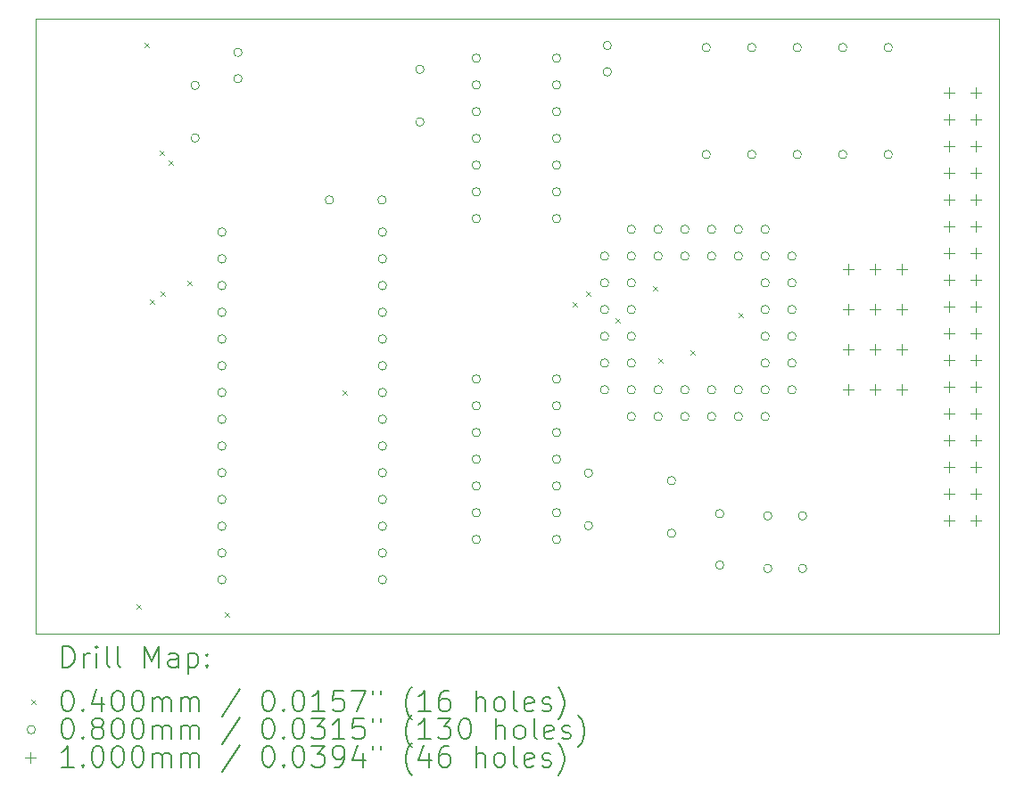
<source format=gbr>
%FSLAX45Y45*%
G04 Gerber Fmt 4.5, Leading zero omitted, Abs format (unit mm)*
G04 Created by KiCad (PCBNEW (6.0.0)) date 2022-03-13 19:40:48*
%MOMM*%
%LPD*%
G01*
G04 APERTURE LIST*
%TA.AperFunction,Profile*%
%ADD10C,0.100000*%
%TD*%
%ADD11C,0.200000*%
%ADD12C,0.040000*%
%ADD13C,0.080000*%
%ADD14C,0.100000*%
G04 APERTURE END LIST*
D10*
X22110250Y-4707750D02*
X12967250Y-4707750D01*
X12967250Y-10549750D02*
X22110250Y-10549750D01*
X12967250Y-4707750D02*
X12967250Y-10549750D01*
X22110250Y-10549750D02*
X22110250Y-4707750D01*
D11*
D12*
X13924600Y-10267000D02*
X13964600Y-10307000D01*
X13964600Y-10267000D02*
X13924600Y-10307000D01*
X14000800Y-4933000D02*
X14040800Y-4973000D01*
X14040800Y-4933000D02*
X14000800Y-4973000D01*
X14051600Y-7371400D02*
X14091600Y-7411400D01*
X14091600Y-7371400D02*
X14051600Y-7411400D01*
X14144450Y-5957750D02*
X14184450Y-5997750D01*
X14184450Y-5957750D02*
X14144450Y-5997750D01*
X14153200Y-7295200D02*
X14193200Y-7335200D01*
X14193200Y-7295200D02*
X14153200Y-7335200D01*
X14229400Y-6050600D02*
X14269400Y-6090600D01*
X14269400Y-6050600D02*
X14229400Y-6090600D01*
X14407200Y-7193600D02*
X14447200Y-7233600D01*
X14447200Y-7193600D02*
X14407200Y-7233600D01*
X14762800Y-10343200D02*
X14802800Y-10383200D01*
X14802800Y-10343200D02*
X14762800Y-10383200D01*
X15879400Y-8236000D02*
X15919400Y-8276000D01*
X15919400Y-8236000D02*
X15879400Y-8276000D01*
X18064800Y-7396800D02*
X18104800Y-7436800D01*
X18104800Y-7396800D02*
X18064800Y-7436800D01*
X18191800Y-7295200D02*
X18231800Y-7335200D01*
X18231800Y-7295200D02*
X18191800Y-7335200D01*
X18471200Y-7549200D02*
X18511200Y-7589200D01*
X18511200Y-7549200D02*
X18471200Y-7589200D01*
X18826800Y-7244400D02*
X18866800Y-7284400D01*
X18866800Y-7244400D02*
X18826800Y-7284400D01*
X18877600Y-7930200D02*
X18917600Y-7970200D01*
X18917600Y-7930200D02*
X18877600Y-7970200D01*
X19182400Y-7854000D02*
X19222400Y-7894000D01*
X19222400Y-7854000D02*
X19182400Y-7894000D01*
X19639600Y-7498400D02*
X19679600Y-7538400D01*
X19679600Y-7498400D02*
X19639600Y-7538400D01*
D13*
X14518000Y-5338000D02*
G75*
G03*
X14518000Y-5338000I-40000J0D01*
G01*
X14518000Y-5838000D02*
G75*
G03*
X14518000Y-5838000I-40000J0D01*
G01*
X14771500Y-6732000D02*
G75*
G03*
X14771500Y-6732000I-40000J0D01*
G01*
X14771500Y-6986000D02*
G75*
G03*
X14771500Y-6986000I-40000J0D01*
G01*
X14771500Y-7240000D02*
G75*
G03*
X14771500Y-7240000I-40000J0D01*
G01*
X14771500Y-7494000D02*
G75*
G03*
X14771500Y-7494000I-40000J0D01*
G01*
X14771500Y-7748000D02*
G75*
G03*
X14771500Y-7748000I-40000J0D01*
G01*
X14771500Y-8002000D02*
G75*
G03*
X14771500Y-8002000I-40000J0D01*
G01*
X14771500Y-8256000D02*
G75*
G03*
X14771500Y-8256000I-40000J0D01*
G01*
X14771500Y-8510000D02*
G75*
G03*
X14771500Y-8510000I-40000J0D01*
G01*
X14771500Y-8764000D02*
G75*
G03*
X14771500Y-8764000I-40000J0D01*
G01*
X14771500Y-9018000D02*
G75*
G03*
X14771500Y-9018000I-40000J0D01*
G01*
X14771500Y-9272000D02*
G75*
G03*
X14771500Y-9272000I-40000J0D01*
G01*
X14771500Y-9526000D02*
G75*
G03*
X14771500Y-9526000I-40000J0D01*
G01*
X14771500Y-9780000D02*
G75*
G03*
X14771500Y-9780000I-40000J0D01*
G01*
X14771500Y-10034000D02*
G75*
G03*
X14771500Y-10034000I-40000J0D01*
G01*
X14924400Y-5024438D02*
G75*
G03*
X14924400Y-5024438I-40000J0D01*
G01*
X14924400Y-5274438D02*
G75*
G03*
X14924400Y-5274438I-40000J0D01*
G01*
X15792000Y-6426200D02*
G75*
G03*
X15792000Y-6426200I-40000J0D01*
G01*
X16292000Y-6426200D02*
G75*
G03*
X16292000Y-6426200I-40000J0D01*
G01*
X16295500Y-6732000D02*
G75*
G03*
X16295500Y-6732000I-40000J0D01*
G01*
X16295500Y-6986000D02*
G75*
G03*
X16295500Y-6986000I-40000J0D01*
G01*
X16295500Y-7240000D02*
G75*
G03*
X16295500Y-7240000I-40000J0D01*
G01*
X16295500Y-7494000D02*
G75*
G03*
X16295500Y-7494000I-40000J0D01*
G01*
X16295500Y-7748000D02*
G75*
G03*
X16295500Y-7748000I-40000J0D01*
G01*
X16295500Y-8002000D02*
G75*
G03*
X16295500Y-8002000I-40000J0D01*
G01*
X16295500Y-8256000D02*
G75*
G03*
X16295500Y-8256000I-40000J0D01*
G01*
X16295500Y-8510000D02*
G75*
G03*
X16295500Y-8510000I-40000J0D01*
G01*
X16295500Y-8764000D02*
G75*
G03*
X16295500Y-8764000I-40000J0D01*
G01*
X16295500Y-9018000D02*
G75*
G03*
X16295500Y-9018000I-40000J0D01*
G01*
X16295500Y-9272000D02*
G75*
G03*
X16295500Y-9272000I-40000J0D01*
G01*
X16295500Y-9526000D02*
G75*
G03*
X16295500Y-9526000I-40000J0D01*
G01*
X16295500Y-9780000D02*
G75*
G03*
X16295500Y-9780000I-40000J0D01*
G01*
X16295500Y-10034000D02*
G75*
G03*
X16295500Y-10034000I-40000J0D01*
G01*
X16651600Y-5185600D02*
G75*
G03*
X16651600Y-5185600I-40000J0D01*
G01*
X16651600Y-5685600D02*
G75*
G03*
X16651600Y-5685600I-40000J0D01*
G01*
X17186000Y-5079500D02*
G75*
G03*
X17186000Y-5079500I-40000J0D01*
G01*
X17186000Y-5333500D02*
G75*
G03*
X17186000Y-5333500I-40000J0D01*
G01*
X17186000Y-5587500D02*
G75*
G03*
X17186000Y-5587500I-40000J0D01*
G01*
X17186000Y-5841500D02*
G75*
G03*
X17186000Y-5841500I-40000J0D01*
G01*
X17186000Y-6095500D02*
G75*
G03*
X17186000Y-6095500I-40000J0D01*
G01*
X17186000Y-6349500D02*
G75*
G03*
X17186000Y-6349500I-40000J0D01*
G01*
X17186000Y-6603500D02*
G75*
G03*
X17186000Y-6603500I-40000J0D01*
G01*
X17186000Y-8127500D02*
G75*
G03*
X17186000Y-8127500I-40000J0D01*
G01*
X17186000Y-8381500D02*
G75*
G03*
X17186000Y-8381500I-40000J0D01*
G01*
X17186000Y-8635500D02*
G75*
G03*
X17186000Y-8635500I-40000J0D01*
G01*
X17186000Y-8889500D02*
G75*
G03*
X17186000Y-8889500I-40000J0D01*
G01*
X17186000Y-9143500D02*
G75*
G03*
X17186000Y-9143500I-40000J0D01*
G01*
X17186000Y-9397500D02*
G75*
G03*
X17186000Y-9397500I-40000J0D01*
G01*
X17186000Y-9651500D02*
G75*
G03*
X17186000Y-9651500I-40000J0D01*
G01*
X17948000Y-5079500D02*
G75*
G03*
X17948000Y-5079500I-40000J0D01*
G01*
X17948000Y-5333500D02*
G75*
G03*
X17948000Y-5333500I-40000J0D01*
G01*
X17948000Y-5587500D02*
G75*
G03*
X17948000Y-5587500I-40000J0D01*
G01*
X17948000Y-5841500D02*
G75*
G03*
X17948000Y-5841500I-40000J0D01*
G01*
X17948000Y-6095500D02*
G75*
G03*
X17948000Y-6095500I-40000J0D01*
G01*
X17948000Y-6349500D02*
G75*
G03*
X17948000Y-6349500I-40000J0D01*
G01*
X17948000Y-6603500D02*
G75*
G03*
X17948000Y-6603500I-40000J0D01*
G01*
X17948000Y-8127500D02*
G75*
G03*
X17948000Y-8127500I-40000J0D01*
G01*
X17948000Y-8381500D02*
G75*
G03*
X17948000Y-8381500I-40000J0D01*
G01*
X17948000Y-8635500D02*
G75*
G03*
X17948000Y-8635500I-40000J0D01*
G01*
X17948000Y-8889500D02*
G75*
G03*
X17948000Y-8889500I-40000J0D01*
G01*
X17948000Y-9143500D02*
G75*
G03*
X17948000Y-9143500I-40000J0D01*
G01*
X17948000Y-9397500D02*
G75*
G03*
X17948000Y-9397500I-40000J0D01*
G01*
X17948000Y-9651500D02*
G75*
G03*
X17948000Y-9651500I-40000J0D01*
G01*
X18251800Y-9021000D02*
G75*
G03*
X18251800Y-9021000I-40000J0D01*
G01*
X18251800Y-9521000D02*
G75*
G03*
X18251800Y-9521000I-40000J0D01*
G01*
X18404200Y-6959600D02*
G75*
G03*
X18404200Y-6959600I-40000J0D01*
G01*
X18404200Y-7213600D02*
G75*
G03*
X18404200Y-7213600I-40000J0D01*
G01*
X18404200Y-7467600D02*
G75*
G03*
X18404200Y-7467600I-40000J0D01*
G01*
X18404200Y-7721600D02*
G75*
G03*
X18404200Y-7721600I-40000J0D01*
G01*
X18404200Y-7975600D02*
G75*
G03*
X18404200Y-7975600I-40000J0D01*
G01*
X18404200Y-8229600D02*
G75*
G03*
X18404200Y-8229600I-40000J0D01*
G01*
X18429600Y-4959489D02*
G75*
G03*
X18429600Y-4959489I-40000J0D01*
G01*
X18429600Y-5209489D02*
G75*
G03*
X18429600Y-5209489I-40000J0D01*
G01*
X18658200Y-6705600D02*
G75*
G03*
X18658200Y-6705600I-40000J0D01*
G01*
X18658200Y-6959600D02*
G75*
G03*
X18658200Y-6959600I-40000J0D01*
G01*
X18658200Y-7213600D02*
G75*
G03*
X18658200Y-7213600I-40000J0D01*
G01*
X18658200Y-7467600D02*
G75*
G03*
X18658200Y-7467600I-40000J0D01*
G01*
X18658200Y-7721600D02*
G75*
G03*
X18658200Y-7721600I-40000J0D01*
G01*
X18658200Y-7975600D02*
G75*
G03*
X18658200Y-7975600I-40000J0D01*
G01*
X18658200Y-8229600D02*
G75*
G03*
X18658200Y-8229600I-40000J0D01*
G01*
X18658200Y-8483600D02*
G75*
G03*
X18658200Y-8483600I-40000J0D01*
G01*
X18912200Y-6705600D02*
G75*
G03*
X18912200Y-6705600I-40000J0D01*
G01*
X18912200Y-6959600D02*
G75*
G03*
X18912200Y-6959600I-40000J0D01*
G01*
X18912200Y-8229600D02*
G75*
G03*
X18912200Y-8229600I-40000J0D01*
G01*
X18912200Y-8483600D02*
G75*
G03*
X18912200Y-8483600I-40000J0D01*
G01*
X19039200Y-9093200D02*
G75*
G03*
X19039200Y-9093200I-40000J0D01*
G01*
X19039200Y-9593200D02*
G75*
G03*
X19039200Y-9593200I-40000J0D01*
G01*
X19166200Y-6705600D02*
G75*
G03*
X19166200Y-6705600I-40000J0D01*
G01*
X19166200Y-6959600D02*
G75*
G03*
X19166200Y-6959600I-40000J0D01*
G01*
X19166200Y-8229600D02*
G75*
G03*
X19166200Y-8229600I-40000J0D01*
G01*
X19166200Y-8483600D02*
G75*
G03*
X19166200Y-8483600I-40000J0D01*
G01*
X19369400Y-4978400D02*
G75*
G03*
X19369400Y-4978400I-40000J0D01*
G01*
X19369400Y-5994400D02*
G75*
G03*
X19369400Y-5994400I-40000J0D01*
G01*
X19420200Y-6705600D02*
G75*
G03*
X19420200Y-6705600I-40000J0D01*
G01*
X19420200Y-6959600D02*
G75*
G03*
X19420200Y-6959600I-40000J0D01*
G01*
X19420200Y-8229600D02*
G75*
G03*
X19420200Y-8229600I-40000J0D01*
G01*
X19420200Y-8483600D02*
G75*
G03*
X19420200Y-8483600I-40000J0D01*
G01*
X19496400Y-9407000D02*
G75*
G03*
X19496400Y-9407000I-40000J0D01*
G01*
X19496400Y-9895000D02*
G75*
G03*
X19496400Y-9895000I-40000J0D01*
G01*
X19674200Y-6705600D02*
G75*
G03*
X19674200Y-6705600I-40000J0D01*
G01*
X19674200Y-6959600D02*
G75*
G03*
X19674200Y-6959600I-40000J0D01*
G01*
X19674200Y-8229600D02*
G75*
G03*
X19674200Y-8229600I-40000J0D01*
G01*
X19674200Y-8483600D02*
G75*
G03*
X19674200Y-8483600I-40000J0D01*
G01*
X19801200Y-4978400D02*
G75*
G03*
X19801200Y-4978400I-40000J0D01*
G01*
X19801200Y-5994400D02*
G75*
G03*
X19801200Y-5994400I-40000J0D01*
G01*
X19928200Y-6705600D02*
G75*
G03*
X19928200Y-6705600I-40000J0D01*
G01*
X19928200Y-6959600D02*
G75*
G03*
X19928200Y-6959600I-40000J0D01*
G01*
X19928200Y-7213600D02*
G75*
G03*
X19928200Y-7213600I-40000J0D01*
G01*
X19928200Y-7467600D02*
G75*
G03*
X19928200Y-7467600I-40000J0D01*
G01*
X19928200Y-7721600D02*
G75*
G03*
X19928200Y-7721600I-40000J0D01*
G01*
X19928200Y-7975600D02*
G75*
G03*
X19928200Y-7975600I-40000J0D01*
G01*
X19928200Y-8229600D02*
G75*
G03*
X19928200Y-8229600I-40000J0D01*
G01*
X19928200Y-8483600D02*
G75*
G03*
X19928200Y-8483600I-40000J0D01*
G01*
X19953600Y-9427400D02*
G75*
G03*
X19953600Y-9427400I-40000J0D01*
G01*
X19953600Y-9927400D02*
G75*
G03*
X19953600Y-9927400I-40000J0D01*
G01*
X20182200Y-6959600D02*
G75*
G03*
X20182200Y-6959600I-40000J0D01*
G01*
X20182200Y-7213600D02*
G75*
G03*
X20182200Y-7213600I-40000J0D01*
G01*
X20182200Y-7467600D02*
G75*
G03*
X20182200Y-7467600I-40000J0D01*
G01*
X20182200Y-7721600D02*
G75*
G03*
X20182200Y-7721600I-40000J0D01*
G01*
X20182200Y-7975600D02*
G75*
G03*
X20182200Y-7975600I-40000J0D01*
G01*
X20182200Y-8229600D02*
G75*
G03*
X20182200Y-8229600I-40000J0D01*
G01*
X20233000Y-4978400D02*
G75*
G03*
X20233000Y-4978400I-40000J0D01*
G01*
X20233000Y-5994400D02*
G75*
G03*
X20233000Y-5994400I-40000J0D01*
G01*
X20283800Y-9427400D02*
G75*
G03*
X20283800Y-9427400I-40000J0D01*
G01*
X20283800Y-9927400D02*
G75*
G03*
X20283800Y-9927400I-40000J0D01*
G01*
X20664800Y-4978400D02*
G75*
G03*
X20664800Y-4978400I-40000J0D01*
G01*
X20664800Y-5994400D02*
G75*
G03*
X20664800Y-5994400I-40000J0D01*
G01*
X21096600Y-4978400D02*
G75*
G03*
X21096600Y-4978400I-40000J0D01*
G01*
X21096600Y-5994400D02*
G75*
G03*
X21096600Y-5994400I-40000J0D01*
G01*
D14*
X20675600Y-8179600D02*
X20675600Y-8279600D01*
X20625600Y-8229600D02*
X20725600Y-8229600D01*
X20677100Y-7036600D02*
X20677100Y-7136600D01*
X20627100Y-7086600D02*
X20727100Y-7086600D01*
X20677100Y-7417600D02*
X20677100Y-7517600D01*
X20627100Y-7467600D02*
X20727100Y-7467600D01*
X20677100Y-7798600D02*
X20677100Y-7898600D01*
X20627100Y-7848600D02*
X20727100Y-7848600D01*
X20929600Y-8179600D02*
X20929600Y-8279600D01*
X20879600Y-8229600D02*
X20979600Y-8229600D01*
X20931100Y-7036600D02*
X20931100Y-7136600D01*
X20881100Y-7086600D02*
X20981100Y-7086600D01*
X20931100Y-7417600D02*
X20931100Y-7517600D01*
X20881100Y-7467600D02*
X20981100Y-7467600D01*
X20931100Y-7798600D02*
X20931100Y-7898600D01*
X20881100Y-7848600D02*
X20981100Y-7848600D01*
X21183600Y-8179600D02*
X21183600Y-8279600D01*
X21133600Y-8229600D02*
X21233600Y-8229600D01*
X21185100Y-7036600D02*
X21185100Y-7136600D01*
X21135100Y-7086600D02*
X21235100Y-7086600D01*
X21185100Y-7417600D02*
X21185100Y-7517600D01*
X21135100Y-7467600D02*
X21235100Y-7467600D01*
X21185100Y-7798600D02*
X21185100Y-7898600D01*
X21135100Y-7848600D02*
X21235100Y-7848600D01*
X21635250Y-5356750D02*
X21635250Y-5456750D01*
X21585250Y-5406750D02*
X21685250Y-5406750D01*
X21635250Y-5610750D02*
X21635250Y-5710750D01*
X21585250Y-5660750D02*
X21685250Y-5660750D01*
X21635250Y-5864750D02*
X21635250Y-5964750D01*
X21585250Y-5914750D02*
X21685250Y-5914750D01*
X21635250Y-6118750D02*
X21635250Y-6218750D01*
X21585250Y-6168750D02*
X21685250Y-6168750D01*
X21635250Y-6372750D02*
X21635250Y-6472750D01*
X21585250Y-6422750D02*
X21685250Y-6422750D01*
X21635250Y-6626750D02*
X21635250Y-6726750D01*
X21585250Y-6676750D02*
X21685250Y-6676750D01*
X21635250Y-6880750D02*
X21635250Y-6980750D01*
X21585250Y-6930750D02*
X21685250Y-6930750D01*
X21635250Y-7134750D02*
X21635250Y-7234750D01*
X21585250Y-7184750D02*
X21685250Y-7184750D01*
X21635250Y-7388750D02*
X21635250Y-7488750D01*
X21585250Y-7438750D02*
X21685250Y-7438750D01*
X21635250Y-7642750D02*
X21635250Y-7742750D01*
X21585250Y-7692750D02*
X21685250Y-7692750D01*
X21635250Y-7896750D02*
X21635250Y-7996750D01*
X21585250Y-7946750D02*
X21685250Y-7946750D01*
X21635250Y-8150750D02*
X21635250Y-8250750D01*
X21585250Y-8200750D02*
X21685250Y-8200750D01*
X21635250Y-8404750D02*
X21635250Y-8504750D01*
X21585250Y-8454750D02*
X21685250Y-8454750D01*
X21635250Y-8658750D02*
X21635250Y-8758750D01*
X21585250Y-8708750D02*
X21685250Y-8708750D01*
X21635250Y-8912750D02*
X21635250Y-9012750D01*
X21585250Y-8962750D02*
X21685250Y-8962750D01*
X21635250Y-9166750D02*
X21635250Y-9266750D01*
X21585250Y-9216750D02*
X21685250Y-9216750D01*
X21635250Y-9420750D02*
X21635250Y-9520750D01*
X21585250Y-9470750D02*
X21685250Y-9470750D01*
X21889250Y-5356750D02*
X21889250Y-5456750D01*
X21839250Y-5406750D02*
X21939250Y-5406750D01*
X21889250Y-5610750D02*
X21889250Y-5710750D01*
X21839250Y-5660750D02*
X21939250Y-5660750D01*
X21889250Y-5864750D02*
X21889250Y-5964750D01*
X21839250Y-5914750D02*
X21939250Y-5914750D01*
X21889250Y-6118750D02*
X21889250Y-6218750D01*
X21839250Y-6168750D02*
X21939250Y-6168750D01*
X21889250Y-6372750D02*
X21889250Y-6472750D01*
X21839250Y-6422750D02*
X21939250Y-6422750D01*
X21889250Y-6626750D02*
X21889250Y-6726750D01*
X21839250Y-6676750D02*
X21939250Y-6676750D01*
X21889250Y-6880750D02*
X21889250Y-6980750D01*
X21839250Y-6930750D02*
X21939250Y-6930750D01*
X21889250Y-7134750D02*
X21889250Y-7234750D01*
X21839250Y-7184750D02*
X21939250Y-7184750D01*
X21889250Y-7388750D02*
X21889250Y-7488750D01*
X21839250Y-7438750D02*
X21939250Y-7438750D01*
X21889250Y-7642750D02*
X21889250Y-7742750D01*
X21839250Y-7692750D02*
X21939250Y-7692750D01*
X21889250Y-7896750D02*
X21889250Y-7996750D01*
X21839250Y-7946750D02*
X21939250Y-7946750D01*
X21889250Y-8150750D02*
X21889250Y-8250750D01*
X21839250Y-8200750D02*
X21939250Y-8200750D01*
X21889250Y-8404750D02*
X21889250Y-8504750D01*
X21839250Y-8454750D02*
X21939250Y-8454750D01*
X21889250Y-8658750D02*
X21889250Y-8758750D01*
X21839250Y-8708750D02*
X21939250Y-8708750D01*
X21889250Y-8912750D02*
X21889250Y-9012750D01*
X21839250Y-8962750D02*
X21939250Y-8962750D01*
X21889250Y-9166750D02*
X21889250Y-9266750D01*
X21839250Y-9216750D02*
X21939250Y-9216750D01*
X21889250Y-9420750D02*
X21889250Y-9520750D01*
X21839250Y-9470750D02*
X21939250Y-9470750D01*
D11*
X13219869Y-10865226D02*
X13219869Y-10665226D01*
X13267488Y-10665226D01*
X13296059Y-10674750D01*
X13315107Y-10693798D01*
X13324631Y-10712845D01*
X13334155Y-10750940D01*
X13334155Y-10779512D01*
X13324631Y-10817607D01*
X13315107Y-10836655D01*
X13296059Y-10855702D01*
X13267488Y-10865226D01*
X13219869Y-10865226D01*
X13419869Y-10865226D02*
X13419869Y-10731893D01*
X13419869Y-10769988D02*
X13429393Y-10750940D01*
X13438917Y-10741417D01*
X13457964Y-10731893D01*
X13477012Y-10731893D01*
X13543678Y-10865226D02*
X13543678Y-10731893D01*
X13543678Y-10665226D02*
X13534155Y-10674750D01*
X13543678Y-10684274D01*
X13553202Y-10674750D01*
X13543678Y-10665226D01*
X13543678Y-10684274D01*
X13667488Y-10865226D02*
X13648440Y-10855702D01*
X13638917Y-10836655D01*
X13638917Y-10665226D01*
X13772250Y-10865226D02*
X13753202Y-10855702D01*
X13743678Y-10836655D01*
X13743678Y-10665226D01*
X14000821Y-10865226D02*
X14000821Y-10665226D01*
X14067488Y-10808083D01*
X14134155Y-10665226D01*
X14134155Y-10865226D01*
X14315107Y-10865226D02*
X14315107Y-10760464D01*
X14305583Y-10741417D01*
X14286536Y-10731893D01*
X14248440Y-10731893D01*
X14229393Y-10741417D01*
X14315107Y-10855702D02*
X14296059Y-10865226D01*
X14248440Y-10865226D01*
X14229393Y-10855702D01*
X14219869Y-10836655D01*
X14219869Y-10817607D01*
X14229393Y-10798560D01*
X14248440Y-10789036D01*
X14296059Y-10789036D01*
X14315107Y-10779512D01*
X14410345Y-10731893D02*
X14410345Y-10931893D01*
X14410345Y-10741417D02*
X14429393Y-10731893D01*
X14467488Y-10731893D01*
X14486536Y-10741417D01*
X14496059Y-10750940D01*
X14505583Y-10769988D01*
X14505583Y-10827131D01*
X14496059Y-10846179D01*
X14486536Y-10855702D01*
X14467488Y-10865226D01*
X14429393Y-10865226D01*
X14410345Y-10855702D01*
X14591298Y-10846179D02*
X14600821Y-10855702D01*
X14591298Y-10865226D01*
X14581774Y-10855702D01*
X14591298Y-10846179D01*
X14591298Y-10865226D01*
X14591298Y-10741417D02*
X14600821Y-10750940D01*
X14591298Y-10760464D01*
X14581774Y-10750940D01*
X14591298Y-10741417D01*
X14591298Y-10760464D01*
D12*
X12922250Y-11174750D02*
X12962250Y-11214750D01*
X12962250Y-11174750D02*
X12922250Y-11214750D01*
D11*
X13257964Y-11085226D02*
X13277012Y-11085226D01*
X13296059Y-11094750D01*
X13305583Y-11104274D01*
X13315107Y-11123321D01*
X13324631Y-11161417D01*
X13324631Y-11209036D01*
X13315107Y-11247131D01*
X13305583Y-11266178D01*
X13296059Y-11275702D01*
X13277012Y-11285226D01*
X13257964Y-11285226D01*
X13238917Y-11275702D01*
X13229393Y-11266178D01*
X13219869Y-11247131D01*
X13210345Y-11209036D01*
X13210345Y-11161417D01*
X13219869Y-11123321D01*
X13229393Y-11104274D01*
X13238917Y-11094750D01*
X13257964Y-11085226D01*
X13410345Y-11266178D02*
X13419869Y-11275702D01*
X13410345Y-11285226D01*
X13400821Y-11275702D01*
X13410345Y-11266178D01*
X13410345Y-11285226D01*
X13591298Y-11151893D02*
X13591298Y-11285226D01*
X13543678Y-11075702D02*
X13496059Y-11218559D01*
X13619869Y-11218559D01*
X13734155Y-11085226D02*
X13753202Y-11085226D01*
X13772250Y-11094750D01*
X13781774Y-11104274D01*
X13791298Y-11123321D01*
X13800821Y-11161417D01*
X13800821Y-11209036D01*
X13791298Y-11247131D01*
X13781774Y-11266178D01*
X13772250Y-11275702D01*
X13753202Y-11285226D01*
X13734155Y-11285226D01*
X13715107Y-11275702D01*
X13705583Y-11266178D01*
X13696059Y-11247131D01*
X13686536Y-11209036D01*
X13686536Y-11161417D01*
X13696059Y-11123321D01*
X13705583Y-11104274D01*
X13715107Y-11094750D01*
X13734155Y-11085226D01*
X13924631Y-11085226D02*
X13943678Y-11085226D01*
X13962726Y-11094750D01*
X13972250Y-11104274D01*
X13981774Y-11123321D01*
X13991298Y-11161417D01*
X13991298Y-11209036D01*
X13981774Y-11247131D01*
X13972250Y-11266178D01*
X13962726Y-11275702D01*
X13943678Y-11285226D01*
X13924631Y-11285226D01*
X13905583Y-11275702D01*
X13896059Y-11266178D01*
X13886536Y-11247131D01*
X13877012Y-11209036D01*
X13877012Y-11161417D01*
X13886536Y-11123321D01*
X13896059Y-11104274D01*
X13905583Y-11094750D01*
X13924631Y-11085226D01*
X14077012Y-11285226D02*
X14077012Y-11151893D01*
X14077012Y-11170940D02*
X14086536Y-11161417D01*
X14105583Y-11151893D01*
X14134155Y-11151893D01*
X14153202Y-11161417D01*
X14162726Y-11180464D01*
X14162726Y-11285226D01*
X14162726Y-11180464D02*
X14172250Y-11161417D01*
X14191298Y-11151893D01*
X14219869Y-11151893D01*
X14238917Y-11161417D01*
X14248440Y-11180464D01*
X14248440Y-11285226D01*
X14343678Y-11285226D02*
X14343678Y-11151893D01*
X14343678Y-11170940D02*
X14353202Y-11161417D01*
X14372250Y-11151893D01*
X14400821Y-11151893D01*
X14419869Y-11161417D01*
X14429393Y-11180464D01*
X14429393Y-11285226D01*
X14429393Y-11180464D02*
X14438917Y-11161417D01*
X14457964Y-11151893D01*
X14486536Y-11151893D01*
X14505583Y-11161417D01*
X14515107Y-11180464D01*
X14515107Y-11285226D01*
X14905583Y-11075702D02*
X14734155Y-11332845D01*
X15162726Y-11085226D02*
X15181774Y-11085226D01*
X15200821Y-11094750D01*
X15210345Y-11104274D01*
X15219869Y-11123321D01*
X15229393Y-11161417D01*
X15229393Y-11209036D01*
X15219869Y-11247131D01*
X15210345Y-11266178D01*
X15200821Y-11275702D01*
X15181774Y-11285226D01*
X15162726Y-11285226D01*
X15143678Y-11275702D01*
X15134155Y-11266178D01*
X15124631Y-11247131D01*
X15115107Y-11209036D01*
X15115107Y-11161417D01*
X15124631Y-11123321D01*
X15134155Y-11104274D01*
X15143678Y-11094750D01*
X15162726Y-11085226D01*
X15315107Y-11266178D02*
X15324631Y-11275702D01*
X15315107Y-11285226D01*
X15305583Y-11275702D01*
X15315107Y-11266178D01*
X15315107Y-11285226D01*
X15448440Y-11085226D02*
X15467488Y-11085226D01*
X15486536Y-11094750D01*
X15496059Y-11104274D01*
X15505583Y-11123321D01*
X15515107Y-11161417D01*
X15515107Y-11209036D01*
X15505583Y-11247131D01*
X15496059Y-11266178D01*
X15486536Y-11275702D01*
X15467488Y-11285226D01*
X15448440Y-11285226D01*
X15429393Y-11275702D01*
X15419869Y-11266178D01*
X15410345Y-11247131D01*
X15400821Y-11209036D01*
X15400821Y-11161417D01*
X15410345Y-11123321D01*
X15419869Y-11104274D01*
X15429393Y-11094750D01*
X15448440Y-11085226D01*
X15705583Y-11285226D02*
X15591298Y-11285226D01*
X15648440Y-11285226D02*
X15648440Y-11085226D01*
X15629393Y-11113798D01*
X15610345Y-11132845D01*
X15591298Y-11142369D01*
X15886536Y-11085226D02*
X15791298Y-11085226D01*
X15781774Y-11180464D01*
X15791298Y-11170940D01*
X15810345Y-11161417D01*
X15857964Y-11161417D01*
X15877012Y-11170940D01*
X15886536Y-11180464D01*
X15896059Y-11199512D01*
X15896059Y-11247131D01*
X15886536Y-11266178D01*
X15877012Y-11275702D01*
X15857964Y-11285226D01*
X15810345Y-11285226D01*
X15791298Y-11275702D01*
X15781774Y-11266178D01*
X15962726Y-11085226D02*
X16096059Y-11085226D01*
X16010345Y-11285226D01*
X16162726Y-11085226D02*
X16162726Y-11123321D01*
X16238917Y-11085226D02*
X16238917Y-11123321D01*
X16534155Y-11361417D02*
X16524631Y-11351893D01*
X16505583Y-11323321D01*
X16496059Y-11304274D01*
X16486536Y-11275702D01*
X16477012Y-11228083D01*
X16477012Y-11189988D01*
X16486536Y-11142369D01*
X16496059Y-11113798D01*
X16505583Y-11094750D01*
X16524631Y-11066179D01*
X16534155Y-11056655D01*
X16715107Y-11285226D02*
X16600821Y-11285226D01*
X16657964Y-11285226D02*
X16657964Y-11085226D01*
X16638917Y-11113798D01*
X16619869Y-11132845D01*
X16600821Y-11142369D01*
X16886536Y-11085226D02*
X16848440Y-11085226D01*
X16829393Y-11094750D01*
X16819869Y-11104274D01*
X16800821Y-11132845D01*
X16791298Y-11170940D01*
X16791298Y-11247131D01*
X16800821Y-11266178D01*
X16810345Y-11275702D01*
X16829393Y-11285226D01*
X16867488Y-11285226D01*
X16886536Y-11275702D01*
X16896060Y-11266178D01*
X16905583Y-11247131D01*
X16905583Y-11199512D01*
X16896060Y-11180464D01*
X16886536Y-11170940D01*
X16867488Y-11161417D01*
X16829393Y-11161417D01*
X16810345Y-11170940D01*
X16800821Y-11180464D01*
X16791298Y-11199512D01*
X17143679Y-11285226D02*
X17143679Y-11085226D01*
X17229393Y-11285226D02*
X17229393Y-11180464D01*
X17219869Y-11161417D01*
X17200821Y-11151893D01*
X17172250Y-11151893D01*
X17153202Y-11161417D01*
X17143679Y-11170940D01*
X17353202Y-11285226D02*
X17334155Y-11275702D01*
X17324631Y-11266178D01*
X17315107Y-11247131D01*
X17315107Y-11189988D01*
X17324631Y-11170940D01*
X17334155Y-11161417D01*
X17353202Y-11151893D01*
X17381774Y-11151893D01*
X17400821Y-11161417D01*
X17410345Y-11170940D01*
X17419869Y-11189988D01*
X17419869Y-11247131D01*
X17410345Y-11266178D01*
X17400821Y-11275702D01*
X17381774Y-11285226D01*
X17353202Y-11285226D01*
X17534155Y-11285226D02*
X17515107Y-11275702D01*
X17505583Y-11256655D01*
X17505583Y-11085226D01*
X17686536Y-11275702D02*
X17667488Y-11285226D01*
X17629393Y-11285226D01*
X17610345Y-11275702D01*
X17600821Y-11256655D01*
X17600821Y-11180464D01*
X17610345Y-11161417D01*
X17629393Y-11151893D01*
X17667488Y-11151893D01*
X17686536Y-11161417D01*
X17696060Y-11180464D01*
X17696060Y-11199512D01*
X17600821Y-11218559D01*
X17772250Y-11275702D02*
X17791298Y-11285226D01*
X17829393Y-11285226D01*
X17848440Y-11275702D01*
X17857964Y-11256655D01*
X17857964Y-11247131D01*
X17848440Y-11228083D01*
X17829393Y-11218559D01*
X17800821Y-11218559D01*
X17781774Y-11209036D01*
X17772250Y-11189988D01*
X17772250Y-11180464D01*
X17781774Y-11161417D01*
X17800821Y-11151893D01*
X17829393Y-11151893D01*
X17848440Y-11161417D01*
X17924631Y-11361417D02*
X17934155Y-11351893D01*
X17953202Y-11323321D01*
X17962726Y-11304274D01*
X17972250Y-11275702D01*
X17981774Y-11228083D01*
X17981774Y-11189988D01*
X17972250Y-11142369D01*
X17962726Y-11113798D01*
X17953202Y-11094750D01*
X17934155Y-11066179D01*
X17924631Y-11056655D01*
D13*
X12962250Y-11458750D02*
G75*
G03*
X12962250Y-11458750I-40000J0D01*
G01*
D11*
X13257964Y-11349226D02*
X13277012Y-11349226D01*
X13296059Y-11358750D01*
X13305583Y-11368274D01*
X13315107Y-11387321D01*
X13324631Y-11425417D01*
X13324631Y-11473036D01*
X13315107Y-11511131D01*
X13305583Y-11530178D01*
X13296059Y-11539702D01*
X13277012Y-11549226D01*
X13257964Y-11549226D01*
X13238917Y-11539702D01*
X13229393Y-11530178D01*
X13219869Y-11511131D01*
X13210345Y-11473036D01*
X13210345Y-11425417D01*
X13219869Y-11387321D01*
X13229393Y-11368274D01*
X13238917Y-11358750D01*
X13257964Y-11349226D01*
X13410345Y-11530178D02*
X13419869Y-11539702D01*
X13410345Y-11549226D01*
X13400821Y-11539702D01*
X13410345Y-11530178D01*
X13410345Y-11549226D01*
X13534155Y-11434940D02*
X13515107Y-11425417D01*
X13505583Y-11415893D01*
X13496059Y-11396845D01*
X13496059Y-11387321D01*
X13505583Y-11368274D01*
X13515107Y-11358750D01*
X13534155Y-11349226D01*
X13572250Y-11349226D01*
X13591298Y-11358750D01*
X13600821Y-11368274D01*
X13610345Y-11387321D01*
X13610345Y-11396845D01*
X13600821Y-11415893D01*
X13591298Y-11425417D01*
X13572250Y-11434940D01*
X13534155Y-11434940D01*
X13515107Y-11444464D01*
X13505583Y-11453988D01*
X13496059Y-11473036D01*
X13496059Y-11511131D01*
X13505583Y-11530178D01*
X13515107Y-11539702D01*
X13534155Y-11549226D01*
X13572250Y-11549226D01*
X13591298Y-11539702D01*
X13600821Y-11530178D01*
X13610345Y-11511131D01*
X13610345Y-11473036D01*
X13600821Y-11453988D01*
X13591298Y-11444464D01*
X13572250Y-11434940D01*
X13734155Y-11349226D02*
X13753202Y-11349226D01*
X13772250Y-11358750D01*
X13781774Y-11368274D01*
X13791298Y-11387321D01*
X13800821Y-11425417D01*
X13800821Y-11473036D01*
X13791298Y-11511131D01*
X13781774Y-11530178D01*
X13772250Y-11539702D01*
X13753202Y-11549226D01*
X13734155Y-11549226D01*
X13715107Y-11539702D01*
X13705583Y-11530178D01*
X13696059Y-11511131D01*
X13686536Y-11473036D01*
X13686536Y-11425417D01*
X13696059Y-11387321D01*
X13705583Y-11368274D01*
X13715107Y-11358750D01*
X13734155Y-11349226D01*
X13924631Y-11349226D02*
X13943678Y-11349226D01*
X13962726Y-11358750D01*
X13972250Y-11368274D01*
X13981774Y-11387321D01*
X13991298Y-11425417D01*
X13991298Y-11473036D01*
X13981774Y-11511131D01*
X13972250Y-11530178D01*
X13962726Y-11539702D01*
X13943678Y-11549226D01*
X13924631Y-11549226D01*
X13905583Y-11539702D01*
X13896059Y-11530178D01*
X13886536Y-11511131D01*
X13877012Y-11473036D01*
X13877012Y-11425417D01*
X13886536Y-11387321D01*
X13896059Y-11368274D01*
X13905583Y-11358750D01*
X13924631Y-11349226D01*
X14077012Y-11549226D02*
X14077012Y-11415893D01*
X14077012Y-11434940D02*
X14086536Y-11425417D01*
X14105583Y-11415893D01*
X14134155Y-11415893D01*
X14153202Y-11425417D01*
X14162726Y-11444464D01*
X14162726Y-11549226D01*
X14162726Y-11444464D02*
X14172250Y-11425417D01*
X14191298Y-11415893D01*
X14219869Y-11415893D01*
X14238917Y-11425417D01*
X14248440Y-11444464D01*
X14248440Y-11549226D01*
X14343678Y-11549226D02*
X14343678Y-11415893D01*
X14343678Y-11434940D02*
X14353202Y-11425417D01*
X14372250Y-11415893D01*
X14400821Y-11415893D01*
X14419869Y-11425417D01*
X14429393Y-11444464D01*
X14429393Y-11549226D01*
X14429393Y-11444464D02*
X14438917Y-11425417D01*
X14457964Y-11415893D01*
X14486536Y-11415893D01*
X14505583Y-11425417D01*
X14515107Y-11444464D01*
X14515107Y-11549226D01*
X14905583Y-11339702D02*
X14734155Y-11596845D01*
X15162726Y-11349226D02*
X15181774Y-11349226D01*
X15200821Y-11358750D01*
X15210345Y-11368274D01*
X15219869Y-11387321D01*
X15229393Y-11425417D01*
X15229393Y-11473036D01*
X15219869Y-11511131D01*
X15210345Y-11530178D01*
X15200821Y-11539702D01*
X15181774Y-11549226D01*
X15162726Y-11549226D01*
X15143678Y-11539702D01*
X15134155Y-11530178D01*
X15124631Y-11511131D01*
X15115107Y-11473036D01*
X15115107Y-11425417D01*
X15124631Y-11387321D01*
X15134155Y-11368274D01*
X15143678Y-11358750D01*
X15162726Y-11349226D01*
X15315107Y-11530178D02*
X15324631Y-11539702D01*
X15315107Y-11549226D01*
X15305583Y-11539702D01*
X15315107Y-11530178D01*
X15315107Y-11549226D01*
X15448440Y-11349226D02*
X15467488Y-11349226D01*
X15486536Y-11358750D01*
X15496059Y-11368274D01*
X15505583Y-11387321D01*
X15515107Y-11425417D01*
X15515107Y-11473036D01*
X15505583Y-11511131D01*
X15496059Y-11530178D01*
X15486536Y-11539702D01*
X15467488Y-11549226D01*
X15448440Y-11549226D01*
X15429393Y-11539702D01*
X15419869Y-11530178D01*
X15410345Y-11511131D01*
X15400821Y-11473036D01*
X15400821Y-11425417D01*
X15410345Y-11387321D01*
X15419869Y-11368274D01*
X15429393Y-11358750D01*
X15448440Y-11349226D01*
X15581774Y-11349226D02*
X15705583Y-11349226D01*
X15638917Y-11425417D01*
X15667488Y-11425417D01*
X15686536Y-11434940D01*
X15696059Y-11444464D01*
X15705583Y-11463512D01*
X15705583Y-11511131D01*
X15696059Y-11530178D01*
X15686536Y-11539702D01*
X15667488Y-11549226D01*
X15610345Y-11549226D01*
X15591298Y-11539702D01*
X15581774Y-11530178D01*
X15896059Y-11549226D02*
X15781774Y-11549226D01*
X15838917Y-11549226D02*
X15838917Y-11349226D01*
X15819869Y-11377798D01*
X15800821Y-11396845D01*
X15781774Y-11406369D01*
X16077012Y-11349226D02*
X15981774Y-11349226D01*
X15972250Y-11444464D01*
X15981774Y-11434940D01*
X16000821Y-11425417D01*
X16048440Y-11425417D01*
X16067488Y-11434940D01*
X16077012Y-11444464D01*
X16086536Y-11463512D01*
X16086536Y-11511131D01*
X16077012Y-11530178D01*
X16067488Y-11539702D01*
X16048440Y-11549226D01*
X16000821Y-11549226D01*
X15981774Y-11539702D01*
X15972250Y-11530178D01*
X16162726Y-11349226D02*
X16162726Y-11387321D01*
X16238917Y-11349226D02*
X16238917Y-11387321D01*
X16534155Y-11625417D02*
X16524631Y-11615893D01*
X16505583Y-11587321D01*
X16496059Y-11568274D01*
X16486536Y-11539702D01*
X16477012Y-11492083D01*
X16477012Y-11453988D01*
X16486536Y-11406369D01*
X16496059Y-11377798D01*
X16505583Y-11358750D01*
X16524631Y-11330178D01*
X16534155Y-11320655D01*
X16715107Y-11549226D02*
X16600821Y-11549226D01*
X16657964Y-11549226D02*
X16657964Y-11349226D01*
X16638917Y-11377798D01*
X16619869Y-11396845D01*
X16600821Y-11406369D01*
X16781774Y-11349226D02*
X16905583Y-11349226D01*
X16838917Y-11425417D01*
X16867488Y-11425417D01*
X16886536Y-11434940D01*
X16896060Y-11444464D01*
X16905583Y-11463512D01*
X16905583Y-11511131D01*
X16896060Y-11530178D01*
X16886536Y-11539702D01*
X16867488Y-11549226D01*
X16810345Y-11549226D01*
X16791298Y-11539702D01*
X16781774Y-11530178D01*
X17029393Y-11349226D02*
X17048440Y-11349226D01*
X17067488Y-11358750D01*
X17077012Y-11368274D01*
X17086536Y-11387321D01*
X17096060Y-11425417D01*
X17096060Y-11473036D01*
X17086536Y-11511131D01*
X17077012Y-11530178D01*
X17067488Y-11539702D01*
X17048440Y-11549226D01*
X17029393Y-11549226D01*
X17010345Y-11539702D01*
X17000821Y-11530178D01*
X16991298Y-11511131D01*
X16981774Y-11473036D01*
X16981774Y-11425417D01*
X16991298Y-11387321D01*
X17000821Y-11368274D01*
X17010345Y-11358750D01*
X17029393Y-11349226D01*
X17334155Y-11549226D02*
X17334155Y-11349226D01*
X17419869Y-11549226D02*
X17419869Y-11444464D01*
X17410345Y-11425417D01*
X17391298Y-11415893D01*
X17362726Y-11415893D01*
X17343679Y-11425417D01*
X17334155Y-11434940D01*
X17543679Y-11549226D02*
X17524631Y-11539702D01*
X17515107Y-11530178D01*
X17505583Y-11511131D01*
X17505583Y-11453988D01*
X17515107Y-11434940D01*
X17524631Y-11425417D01*
X17543679Y-11415893D01*
X17572250Y-11415893D01*
X17591298Y-11425417D01*
X17600821Y-11434940D01*
X17610345Y-11453988D01*
X17610345Y-11511131D01*
X17600821Y-11530178D01*
X17591298Y-11539702D01*
X17572250Y-11549226D01*
X17543679Y-11549226D01*
X17724631Y-11549226D02*
X17705583Y-11539702D01*
X17696060Y-11520655D01*
X17696060Y-11349226D01*
X17877012Y-11539702D02*
X17857964Y-11549226D01*
X17819869Y-11549226D01*
X17800821Y-11539702D01*
X17791298Y-11520655D01*
X17791298Y-11444464D01*
X17800821Y-11425417D01*
X17819869Y-11415893D01*
X17857964Y-11415893D01*
X17877012Y-11425417D01*
X17886536Y-11444464D01*
X17886536Y-11463512D01*
X17791298Y-11482559D01*
X17962726Y-11539702D02*
X17981774Y-11549226D01*
X18019869Y-11549226D01*
X18038917Y-11539702D01*
X18048440Y-11520655D01*
X18048440Y-11511131D01*
X18038917Y-11492083D01*
X18019869Y-11482559D01*
X17991298Y-11482559D01*
X17972250Y-11473036D01*
X17962726Y-11453988D01*
X17962726Y-11444464D01*
X17972250Y-11425417D01*
X17991298Y-11415893D01*
X18019869Y-11415893D01*
X18038917Y-11425417D01*
X18115107Y-11625417D02*
X18124631Y-11615893D01*
X18143679Y-11587321D01*
X18153202Y-11568274D01*
X18162726Y-11539702D01*
X18172250Y-11492083D01*
X18172250Y-11453988D01*
X18162726Y-11406369D01*
X18153202Y-11377798D01*
X18143679Y-11358750D01*
X18124631Y-11330178D01*
X18115107Y-11320655D01*
D14*
X12912250Y-11672750D02*
X12912250Y-11772750D01*
X12862250Y-11722750D02*
X12962250Y-11722750D01*
D11*
X13324631Y-11813226D02*
X13210345Y-11813226D01*
X13267488Y-11813226D02*
X13267488Y-11613226D01*
X13248440Y-11641798D01*
X13229393Y-11660845D01*
X13210345Y-11670369D01*
X13410345Y-11794178D02*
X13419869Y-11803702D01*
X13410345Y-11813226D01*
X13400821Y-11803702D01*
X13410345Y-11794178D01*
X13410345Y-11813226D01*
X13543678Y-11613226D02*
X13562726Y-11613226D01*
X13581774Y-11622750D01*
X13591298Y-11632274D01*
X13600821Y-11651321D01*
X13610345Y-11689417D01*
X13610345Y-11737036D01*
X13600821Y-11775131D01*
X13591298Y-11794178D01*
X13581774Y-11803702D01*
X13562726Y-11813226D01*
X13543678Y-11813226D01*
X13524631Y-11803702D01*
X13515107Y-11794178D01*
X13505583Y-11775131D01*
X13496059Y-11737036D01*
X13496059Y-11689417D01*
X13505583Y-11651321D01*
X13515107Y-11632274D01*
X13524631Y-11622750D01*
X13543678Y-11613226D01*
X13734155Y-11613226D02*
X13753202Y-11613226D01*
X13772250Y-11622750D01*
X13781774Y-11632274D01*
X13791298Y-11651321D01*
X13800821Y-11689417D01*
X13800821Y-11737036D01*
X13791298Y-11775131D01*
X13781774Y-11794178D01*
X13772250Y-11803702D01*
X13753202Y-11813226D01*
X13734155Y-11813226D01*
X13715107Y-11803702D01*
X13705583Y-11794178D01*
X13696059Y-11775131D01*
X13686536Y-11737036D01*
X13686536Y-11689417D01*
X13696059Y-11651321D01*
X13705583Y-11632274D01*
X13715107Y-11622750D01*
X13734155Y-11613226D01*
X13924631Y-11613226D02*
X13943678Y-11613226D01*
X13962726Y-11622750D01*
X13972250Y-11632274D01*
X13981774Y-11651321D01*
X13991298Y-11689417D01*
X13991298Y-11737036D01*
X13981774Y-11775131D01*
X13972250Y-11794178D01*
X13962726Y-11803702D01*
X13943678Y-11813226D01*
X13924631Y-11813226D01*
X13905583Y-11803702D01*
X13896059Y-11794178D01*
X13886536Y-11775131D01*
X13877012Y-11737036D01*
X13877012Y-11689417D01*
X13886536Y-11651321D01*
X13896059Y-11632274D01*
X13905583Y-11622750D01*
X13924631Y-11613226D01*
X14077012Y-11813226D02*
X14077012Y-11679893D01*
X14077012Y-11698940D02*
X14086536Y-11689417D01*
X14105583Y-11679893D01*
X14134155Y-11679893D01*
X14153202Y-11689417D01*
X14162726Y-11708464D01*
X14162726Y-11813226D01*
X14162726Y-11708464D02*
X14172250Y-11689417D01*
X14191298Y-11679893D01*
X14219869Y-11679893D01*
X14238917Y-11689417D01*
X14248440Y-11708464D01*
X14248440Y-11813226D01*
X14343678Y-11813226D02*
X14343678Y-11679893D01*
X14343678Y-11698940D02*
X14353202Y-11689417D01*
X14372250Y-11679893D01*
X14400821Y-11679893D01*
X14419869Y-11689417D01*
X14429393Y-11708464D01*
X14429393Y-11813226D01*
X14429393Y-11708464D02*
X14438917Y-11689417D01*
X14457964Y-11679893D01*
X14486536Y-11679893D01*
X14505583Y-11689417D01*
X14515107Y-11708464D01*
X14515107Y-11813226D01*
X14905583Y-11603702D02*
X14734155Y-11860845D01*
X15162726Y-11613226D02*
X15181774Y-11613226D01*
X15200821Y-11622750D01*
X15210345Y-11632274D01*
X15219869Y-11651321D01*
X15229393Y-11689417D01*
X15229393Y-11737036D01*
X15219869Y-11775131D01*
X15210345Y-11794178D01*
X15200821Y-11803702D01*
X15181774Y-11813226D01*
X15162726Y-11813226D01*
X15143678Y-11803702D01*
X15134155Y-11794178D01*
X15124631Y-11775131D01*
X15115107Y-11737036D01*
X15115107Y-11689417D01*
X15124631Y-11651321D01*
X15134155Y-11632274D01*
X15143678Y-11622750D01*
X15162726Y-11613226D01*
X15315107Y-11794178D02*
X15324631Y-11803702D01*
X15315107Y-11813226D01*
X15305583Y-11803702D01*
X15315107Y-11794178D01*
X15315107Y-11813226D01*
X15448440Y-11613226D02*
X15467488Y-11613226D01*
X15486536Y-11622750D01*
X15496059Y-11632274D01*
X15505583Y-11651321D01*
X15515107Y-11689417D01*
X15515107Y-11737036D01*
X15505583Y-11775131D01*
X15496059Y-11794178D01*
X15486536Y-11803702D01*
X15467488Y-11813226D01*
X15448440Y-11813226D01*
X15429393Y-11803702D01*
X15419869Y-11794178D01*
X15410345Y-11775131D01*
X15400821Y-11737036D01*
X15400821Y-11689417D01*
X15410345Y-11651321D01*
X15419869Y-11632274D01*
X15429393Y-11622750D01*
X15448440Y-11613226D01*
X15581774Y-11613226D02*
X15705583Y-11613226D01*
X15638917Y-11689417D01*
X15667488Y-11689417D01*
X15686536Y-11698940D01*
X15696059Y-11708464D01*
X15705583Y-11727512D01*
X15705583Y-11775131D01*
X15696059Y-11794178D01*
X15686536Y-11803702D01*
X15667488Y-11813226D01*
X15610345Y-11813226D01*
X15591298Y-11803702D01*
X15581774Y-11794178D01*
X15800821Y-11813226D02*
X15838917Y-11813226D01*
X15857964Y-11803702D01*
X15867488Y-11794178D01*
X15886536Y-11765607D01*
X15896059Y-11727512D01*
X15896059Y-11651321D01*
X15886536Y-11632274D01*
X15877012Y-11622750D01*
X15857964Y-11613226D01*
X15819869Y-11613226D01*
X15800821Y-11622750D01*
X15791298Y-11632274D01*
X15781774Y-11651321D01*
X15781774Y-11698940D01*
X15791298Y-11717988D01*
X15800821Y-11727512D01*
X15819869Y-11737036D01*
X15857964Y-11737036D01*
X15877012Y-11727512D01*
X15886536Y-11717988D01*
X15896059Y-11698940D01*
X16067488Y-11679893D02*
X16067488Y-11813226D01*
X16019869Y-11603702D02*
X15972250Y-11746559D01*
X16096059Y-11746559D01*
X16162726Y-11613226D02*
X16162726Y-11651321D01*
X16238917Y-11613226D02*
X16238917Y-11651321D01*
X16534155Y-11889417D02*
X16524631Y-11879893D01*
X16505583Y-11851321D01*
X16496059Y-11832274D01*
X16486536Y-11803702D01*
X16477012Y-11756083D01*
X16477012Y-11717988D01*
X16486536Y-11670369D01*
X16496059Y-11641798D01*
X16505583Y-11622750D01*
X16524631Y-11594178D01*
X16534155Y-11584655D01*
X16696059Y-11679893D02*
X16696059Y-11813226D01*
X16648440Y-11603702D02*
X16600821Y-11746559D01*
X16724631Y-11746559D01*
X16886536Y-11613226D02*
X16848440Y-11613226D01*
X16829393Y-11622750D01*
X16819869Y-11632274D01*
X16800821Y-11660845D01*
X16791298Y-11698940D01*
X16791298Y-11775131D01*
X16800821Y-11794178D01*
X16810345Y-11803702D01*
X16829393Y-11813226D01*
X16867488Y-11813226D01*
X16886536Y-11803702D01*
X16896060Y-11794178D01*
X16905583Y-11775131D01*
X16905583Y-11727512D01*
X16896060Y-11708464D01*
X16886536Y-11698940D01*
X16867488Y-11689417D01*
X16829393Y-11689417D01*
X16810345Y-11698940D01*
X16800821Y-11708464D01*
X16791298Y-11727512D01*
X17143679Y-11813226D02*
X17143679Y-11613226D01*
X17229393Y-11813226D02*
X17229393Y-11708464D01*
X17219869Y-11689417D01*
X17200821Y-11679893D01*
X17172250Y-11679893D01*
X17153202Y-11689417D01*
X17143679Y-11698940D01*
X17353202Y-11813226D02*
X17334155Y-11803702D01*
X17324631Y-11794178D01*
X17315107Y-11775131D01*
X17315107Y-11717988D01*
X17324631Y-11698940D01*
X17334155Y-11689417D01*
X17353202Y-11679893D01*
X17381774Y-11679893D01*
X17400821Y-11689417D01*
X17410345Y-11698940D01*
X17419869Y-11717988D01*
X17419869Y-11775131D01*
X17410345Y-11794178D01*
X17400821Y-11803702D01*
X17381774Y-11813226D01*
X17353202Y-11813226D01*
X17534155Y-11813226D02*
X17515107Y-11803702D01*
X17505583Y-11784655D01*
X17505583Y-11613226D01*
X17686536Y-11803702D02*
X17667488Y-11813226D01*
X17629393Y-11813226D01*
X17610345Y-11803702D01*
X17600821Y-11784655D01*
X17600821Y-11708464D01*
X17610345Y-11689417D01*
X17629393Y-11679893D01*
X17667488Y-11679893D01*
X17686536Y-11689417D01*
X17696060Y-11708464D01*
X17696060Y-11727512D01*
X17600821Y-11746559D01*
X17772250Y-11803702D02*
X17791298Y-11813226D01*
X17829393Y-11813226D01*
X17848440Y-11803702D01*
X17857964Y-11784655D01*
X17857964Y-11775131D01*
X17848440Y-11756083D01*
X17829393Y-11746559D01*
X17800821Y-11746559D01*
X17781774Y-11737036D01*
X17772250Y-11717988D01*
X17772250Y-11708464D01*
X17781774Y-11689417D01*
X17800821Y-11679893D01*
X17829393Y-11679893D01*
X17848440Y-11689417D01*
X17924631Y-11889417D02*
X17934155Y-11879893D01*
X17953202Y-11851321D01*
X17962726Y-11832274D01*
X17972250Y-11803702D01*
X17981774Y-11756083D01*
X17981774Y-11717988D01*
X17972250Y-11670369D01*
X17962726Y-11641798D01*
X17953202Y-11622750D01*
X17934155Y-11594178D01*
X17924631Y-11584655D01*
M02*

</source>
